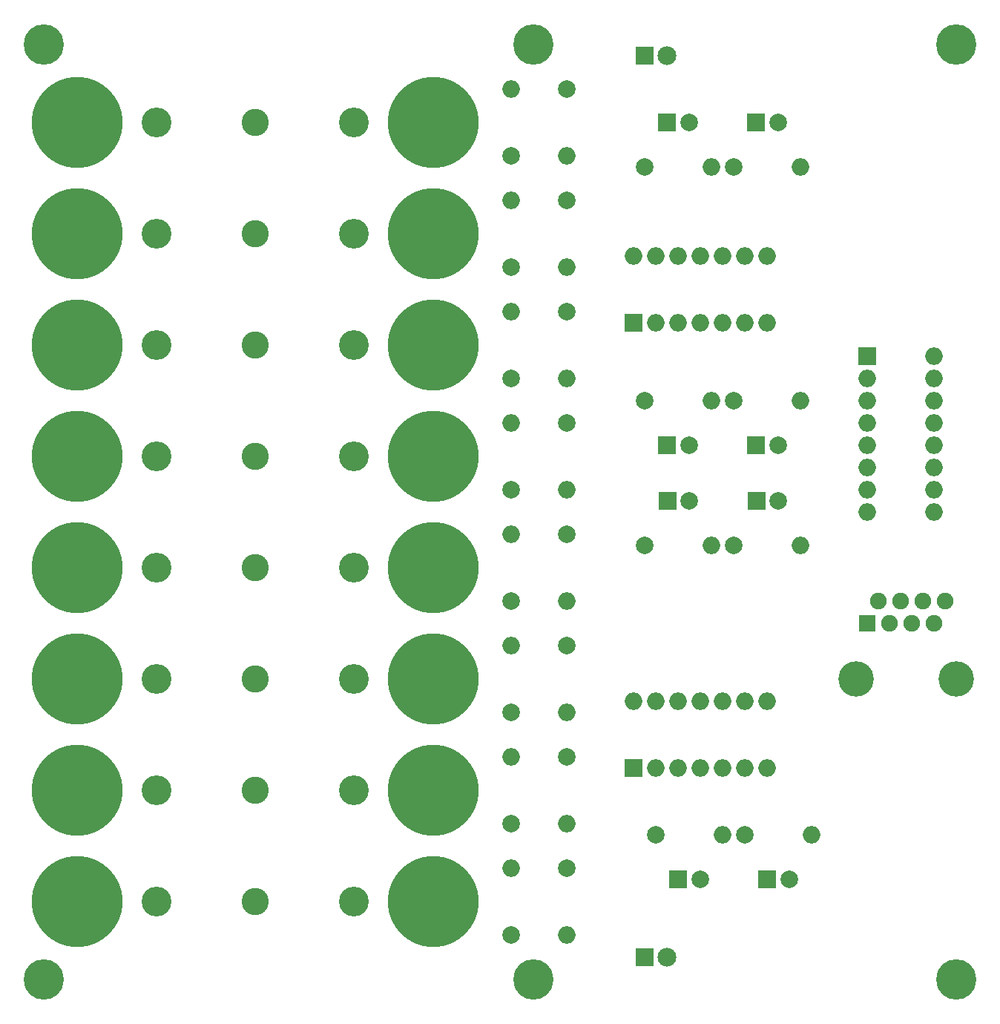
<source format=gbr>
G04 #@! TF.FileFunction,Soldermask,Top*
%FSLAX46Y46*%
G04 Gerber Fmt 4.6, Leading zero omitted, Abs format (unit mm)*
G04 Created by KiCad (PCBNEW 4.0.7) date 01/04/18 12:22:23*
%MOMM*%
%LPD*%
G01*
G04 APERTURE LIST*
%ADD10C,0.100000*%
%ADD11C,4.600000*%
%ADD12C,3.400000*%
%ADD13C,3.100000*%
%ADD14C,4.050000*%
%ADD15R,1.900000X1.900000*%
%ADD16C,1.900000*%
%ADD17R,2.000000X2.000000*%
%ADD18O,2.000000X2.000000*%
%ADD19C,10.400000*%
%ADD20C,2.000000*%
%ADD21R,2.150000X2.150000*%
%ADD22C,2.150000*%
G04 APERTURE END LIST*
D10*
D11*
X59690000Y3810000D03*
X59690000Y110490000D03*
X3810000Y110490000D03*
X107950000Y110490000D03*
X107950000Y3810000D03*
D12*
X39190000Y88900000D03*
X16690000Y88900000D03*
D13*
X27940000Y88900000D03*
D12*
X39190000Y101600000D03*
X16690000Y101600000D03*
D13*
X27940000Y101600000D03*
D14*
X107950000Y38100000D03*
X96520000Y38100000D03*
D15*
X97790000Y44450000D03*
D16*
X99060000Y46990000D03*
X100330000Y44450000D03*
X101600000Y46990000D03*
X102870000Y44450000D03*
X104140000Y46990000D03*
X105410000Y44450000D03*
X106680000Y46990000D03*
D17*
X97790000Y74930000D03*
D18*
X105410000Y57150000D03*
X97790000Y72390000D03*
X105410000Y59690000D03*
X97790000Y69850000D03*
X105410000Y62230000D03*
X97790000Y67310000D03*
X105410000Y64770000D03*
X97790000Y64770000D03*
X105410000Y67310000D03*
X97790000Y62230000D03*
X105410000Y69850000D03*
X97790000Y59690000D03*
X105410000Y72390000D03*
X97790000Y57150000D03*
X105410000Y74930000D03*
D12*
X39190000Y63500000D03*
X16690000Y63500000D03*
D13*
X27940000Y63500000D03*
D19*
X48260000Y88900000D03*
D17*
X71120000Y27940000D03*
D18*
X86360000Y35560000D03*
X73660000Y27940000D03*
X83820000Y35560000D03*
X76200000Y27940000D03*
X81280000Y35560000D03*
X78740000Y27940000D03*
X78740000Y35560000D03*
X81280000Y27940000D03*
X76200000Y35560000D03*
X83820000Y27940000D03*
X73660000Y35560000D03*
X86360000Y27940000D03*
X71120000Y35560000D03*
D19*
X7620000Y63500000D03*
X48260000Y76200000D03*
X48260000Y63500000D03*
X7620000Y50800000D03*
X7620000Y38100000D03*
X7620000Y25400000D03*
D20*
X57150000Y59690000D03*
D18*
X57150000Y67310000D03*
D20*
X63500000Y67310000D03*
D18*
X63500000Y59690000D03*
D20*
X57150000Y72390000D03*
D18*
X57150000Y80010000D03*
D20*
X63500000Y80010000D03*
D18*
X63500000Y72390000D03*
D20*
X57150000Y85090000D03*
D18*
X57150000Y92710000D03*
D20*
X63500000Y92710000D03*
D18*
X63500000Y85090000D03*
D20*
X57150000Y97790000D03*
D18*
X57150000Y105410000D03*
D20*
X63500000Y105410000D03*
D18*
X63500000Y97790000D03*
D20*
X57150000Y8890000D03*
D18*
X57150000Y16510000D03*
D20*
X63500000Y16510000D03*
D18*
X63500000Y8890000D03*
D20*
X57150000Y21590000D03*
D18*
X57150000Y29210000D03*
D20*
X63500000Y29210000D03*
D18*
X63500000Y21590000D03*
D20*
X57150000Y34290000D03*
D18*
X57150000Y41910000D03*
D20*
X63500000Y41910000D03*
D18*
X63500000Y34290000D03*
D20*
X57150000Y46990000D03*
D18*
X57150000Y54610000D03*
D20*
X63500000Y54610000D03*
D18*
X63500000Y46990000D03*
D17*
X71120000Y78740000D03*
D18*
X86360000Y86360000D03*
X73660000Y78740000D03*
X83820000Y86360000D03*
X76200000Y78740000D03*
X81280000Y86360000D03*
X78740000Y78740000D03*
X78740000Y86360000D03*
X81280000Y78740000D03*
X76200000Y86360000D03*
X83820000Y78740000D03*
X73660000Y86360000D03*
X86360000Y78740000D03*
X71120000Y86360000D03*
D12*
X39190000Y76200000D03*
X16690000Y76200000D03*
D13*
X27940000Y76200000D03*
D12*
X39190000Y50800000D03*
X16690000Y50800000D03*
D13*
X27940000Y50800000D03*
D12*
X39190000Y38100000D03*
X16690000Y38100000D03*
D13*
X27940000Y38100000D03*
D12*
X39190000Y25400000D03*
X16690000Y25400000D03*
D13*
X27940000Y25400000D03*
D12*
X39190000Y12700000D03*
X16690000Y12700000D03*
D13*
X27940000Y12700000D03*
D19*
X48260000Y25400000D03*
X48260000Y12700000D03*
X7620000Y101600000D03*
X7620000Y88900000D03*
X7620000Y76200000D03*
X48260000Y101600000D03*
X7620000Y12700000D03*
X48260000Y50800000D03*
X48260000Y38100000D03*
D11*
X3810000Y3810000D03*
D17*
X85090000Y64770000D03*
D20*
X87590000Y64770000D03*
D17*
X74930000Y64770000D03*
D20*
X77430000Y64770000D03*
D17*
X74930000Y101600000D03*
D20*
X77430000Y101600000D03*
D17*
X85090000Y101600000D03*
D20*
X87590000Y101600000D03*
D17*
X86360000Y15240000D03*
D20*
X88860000Y15240000D03*
D17*
X76200000Y15240000D03*
D20*
X78700000Y15240000D03*
D17*
X74970000Y58420000D03*
D20*
X77470000Y58420000D03*
D17*
X85130000Y58420000D03*
D20*
X87630000Y58420000D03*
D21*
X72390000Y109220000D03*
D22*
X74890000Y109220000D03*
D20*
X82550000Y69850000D03*
D18*
X90170000Y69850000D03*
D20*
X72390000Y69850000D03*
D18*
X80010000Y69850000D03*
D20*
X72390000Y96520000D03*
D18*
X80010000Y96520000D03*
D20*
X82550000Y96520000D03*
D18*
X90170000Y96520000D03*
D20*
X83820000Y20320000D03*
D18*
X91440000Y20320000D03*
D20*
X73660000Y20320000D03*
D18*
X81280000Y20320000D03*
D20*
X72390000Y53340000D03*
D18*
X80010000Y53340000D03*
D20*
X82550000Y53340000D03*
D18*
X90170000Y53340000D03*
D21*
X72390000Y6350000D03*
D22*
X74890000Y6350000D03*
M02*

</source>
